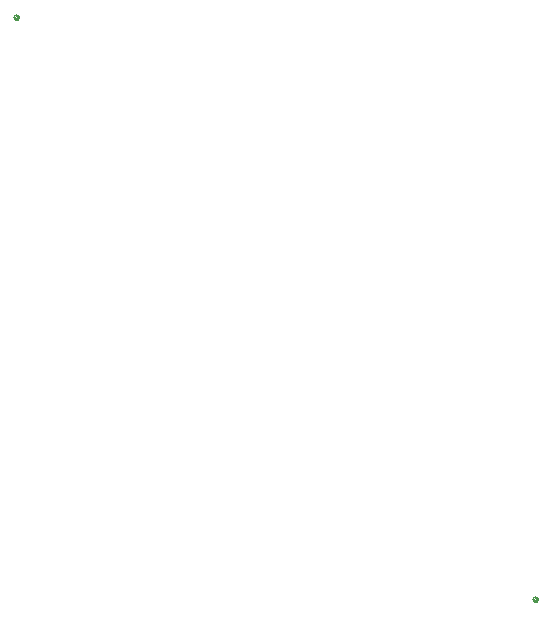
<source format=gbr>
G04 #@! TF.GenerationSoftware,KiCad,Pcbnew,(5.1.2-1)-1*
G04 #@! TF.CreationDate,2020-07-07T12:37:09+01:00*
G04 #@! TF.ProjectId,MZ80-80CLR,4d5a3830-2d38-4304-934c-522e6b696361,rev?*
G04 #@! TF.SameCoordinates,Original*
G04 #@! TF.FileFunction,Glue,Top*
G04 #@! TF.FilePolarity,Positive*
%FSLAX46Y46*%
G04 Gerber Fmt 4.6, Leading zero omitted, Abs format (unit mm)*
G04 Created by KiCad (PCBNEW (5.1.2-1)-1) date 2020-07-07 12:37:09*
%MOMM*%
%LPD*%
G04 APERTURE LIST*
%ADD10C,0.100000*%
%ADD11C,0.083333*%
%ADD12C,0.116667*%
G04 APERTURE END LIST*
D10*
X117979000Y-86868000D02*
G75*
G03X117979000Y-86868000I-250000J0D01*
G01*
D11*
X117937333Y-86868000D02*
G75*
G03X117937333Y-86868000I-208333J0D01*
G01*
X117862333Y-86868000D02*
G75*
G03X117862333Y-86868000I-133333J0D01*
G01*
D12*
X117787333Y-86868000D02*
G75*
G03X117787333Y-86868000I-58333J0D01*
G01*
D10*
X74037000Y-37592000D02*
G75*
G03X74037000Y-37592000I-250000J0D01*
G01*
D11*
X73995333Y-37592000D02*
G75*
G03X73995333Y-37592000I-208333J0D01*
G01*
X73920333Y-37592000D02*
G75*
G03X73920333Y-37592000I-133333J0D01*
G01*
D12*
X73845333Y-37592000D02*
G75*
G03X73845333Y-37592000I-58333J0D01*
G01*
M02*

</source>
